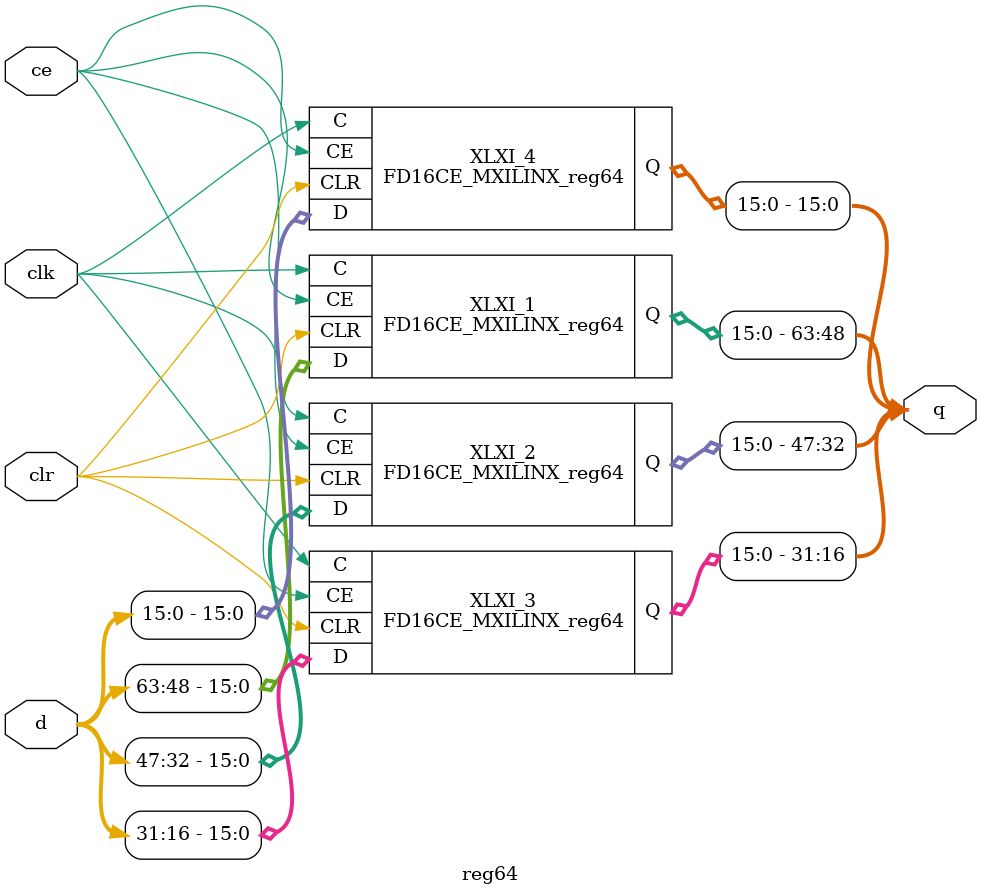
<source format=v>
`timescale 1ns / 1ps

module FD16CE_MXILINX_reg64(C, 
                            CE, 
                            CLR, 
                            D, 
                            Q);

    input C;
    input CE;
    input CLR;
    input [15:0] D;
   output [15:0] Q;
   
   
   FDCE I_Q0 (.C(C), 
              .CE(CE), 
              .CLR(CLR), 
              .D(D[0]), 
              .Q(Q[0]));
   defparam I_Q0.INIT = 1'b0;
   FDCE I_Q1 (.C(C), 
              .CE(CE), 
              .CLR(CLR), 
              .D(D[1]), 
              .Q(Q[1]));
   defparam I_Q1.INIT = 1'b0;
   FDCE I_Q2 (.C(C), 
              .CE(CE), 
              .CLR(CLR), 
              .D(D[2]), 
              .Q(Q[2]));
   defparam I_Q2.INIT = 1'b0;
   FDCE I_Q3 (.C(C), 
              .CE(CE), 
              .CLR(CLR), 
              .D(D[3]), 
              .Q(Q[3]));
   defparam I_Q3.INIT = 1'b0;
   FDCE I_Q4 (.C(C), 
              .CE(CE), 
              .CLR(CLR), 
              .D(D[4]), 
              .Q(Q[4]));
   defparam I_Q4.INIT = 1'b0;
   FDCE I_Q5 (.C(C), 
              .CE(CE), 
              .CLR(CLR), 
              .D(D[5]), 
              .Q(Q[5]));
   defparam I_Q5.INIT = 1'b0;
   FDCE I_Q6 (.C(C), 
              .CE(CE), 
              .CLR(CLR), 
              .D(D[6]), 
              .Q(Q[6]));
   defparam I_Q6.INIT = 1'b0;
   FDCE I_Q7 (.C(C), 
              .CE(CE), 
              .CLR(CLR), 
              .D(D[7]), 
              .Q(Q[7]));
   defparam I_Q7.INIT = 1'b0;
   FDCE I_Q8 (.C(C), 
              .CE(CE), 
              .CLR(CLR), 
              .D(D[8]), 
              .Q(Q[8]));
   defparam I_Q8.INIT = 1'b0;
   FDCE I_Q9 (.C(C), 
              .CE(CE), 
              .CLR(CLR), 
              .D(D[9]), 
              .Q(Q[9]));
   defparam I_Q9.INIT = 1'b0;
   FDCE I_Q10 (.C(C), 
               .CE(CE), 
               .CLR(CLR), 
               .D(D[10]), 
               .Q(Q[10]));
   defparam I_Q10.INIT = 1'b0;
   FDCE I_Q11 (.C(C), 
               .CE(CE), 
               .CLR(CLR), 
               .D(D[11]), 
               .Q(Q[11]));
   defparam I_Q11.INIT = 1'b0;
   FDCE I_Q12 (.C(C), 
               .CE(CE), 
               .CLR(CLR), 
               .D(D[12]), 
               .Q(Q[12]));
   defparam I_Q12.INIT = 1'b0;
   FDCE I_Q13 (.C(C), 
               .CE(CE), 
               .CLR(CLR), 
               .D(D[13]), 
               .Q(Q[13]));
   defparam I_Q13.INIT = 1'b0;
   FDCE I_Q14 (.C(C), 
               .CE(CE), 
               .CLR(CLR), 
               .D(D[14]), 
               .Q(Q[14]));
   defparam I_Q14.INIT = 1'b0;
   FDCE I_Q15 (.C(C), 
               .CE(CE), 
               .CLR(CLR), 
               .D(D[15]), 
               .Q(Q[15]));
   defparam I_Q15.INIT = 1'b0;
endmodule
`timescale 1ns / 1ps

module reg64(ce, 
             clk, 
             clr, 
             d, 
             q);

    input ce;
    input clk;
    input clr;
    input [63:0] d;
   output [63:0] q;
   
   
   FD16CE_MXILINX_reg64 XLXI_1 (.C(clk), 
                                .CE(ce), 
                                .CLR(clr), 
                                .D(d[63:48]), 
                                .Q(q[63:48]));
   // synthesis attribute HU_SET of XLXI_1 is "XLXI_1_0"
   FD16CE_MXILINX_reg64 XLXI_2 (.C(clk), 
                                .CE(ce), 
                                .CLR(clr), 
                                .D(d[47:32]), 
                                .Q(q[47:32]));
   // synthesis attribute HU_SET of XLXI_2 is "XLXI_2_1"
   FD16CE_MXILINX_reg64 XLXI_3 (.C(clk), 
                                .CE(ce), 
                                .CLR(clr), 
                                .D(d[31:16]), 
                                .Q(q[31:16]));
   // synthesis attribute HU_SET of XLXI_3 is "XLXI_3_2"
   FD16CE_MXILINX_reg64 XLXI_4 (.C(clk), 
                                .CE(ce), 
                                .CLR(clr), 
                                .D(d[15:0]), 
                                .Q(q[15:0]));
   // synthesis attribute HU_SET of XLXI_4 is "XLXI_4_3"
endmodule

</source>
